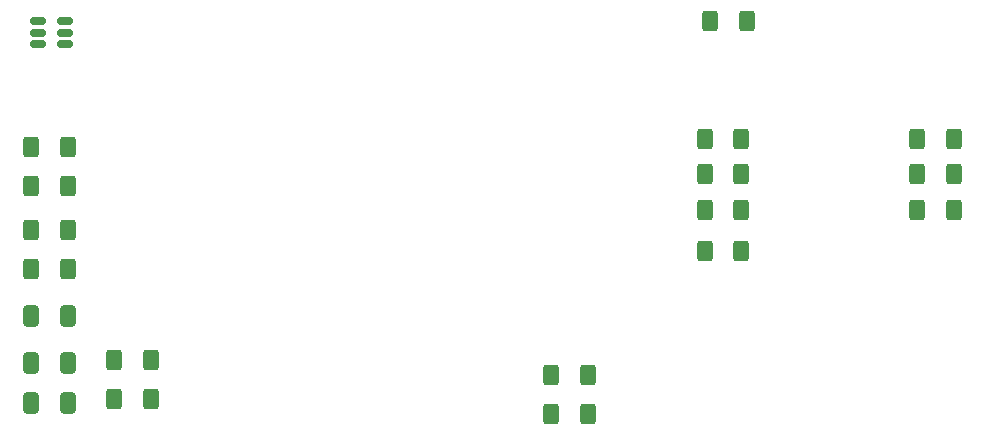
<source format=gbr>
%TF.GenerationSoftware,KiCad,Pcbnew,9.0.3*%
%TF.CreationDate,2025-12-16T09:58:44+01:00*%
%TF.ProjectId,PTP_Teo_Sencar_Project1,5054505f-5465-46f5-9f53-656e6361725f,rev?*%
%TF.SameCoordinates,Original*%
%TF.FileFunction,Paste,Top*%
%TF.FilePolarity,Positive*%
%FSLAX46Y46*%
G04 Gerber Fmt 4.6, Leading zero omitted, Abs format (unit mm)*
G04 Created by KiCad (PCBNEW 9.0.3) date 2025-12-16 09:58:44*
%MOMM*%
%LPD*%
G01*
G04 APERTURE LIST*
G04 Aperture macros list*
%AMRoundRect*
0 Rectangle with rounded corners*
0 $1 Rounding radius*
0 $2 $3 $4 $5 $6 $7 $8 $9 X,Y pos of 4 corners*
0 Add a 4 corners polygon primitive as box body*
4,1,4,$2,$3,$4,$5,$6,$7,$8,$9,$2,$3,0*
0 Add four circle primitives for the rounded corners*
1,1,$1+$1,$2,$3*
1,1,$1+$1,$4,$5*
1,1,$1+$1,$6,$7*
1,1,$1+$1,$8,$9*
0 Add four rect primitives between the rounded corners*
20,1,$1+$1,$2,$3,$4,$5,0*
20,1,$1+$1,$4,$5,$6,$7,0*
20,1,$1+$1,$6,$7,$8,$9,0*
20,1,$1+$1,$8,$9,$2,$3,0*%
G04 Aperture macros list end*
%ADD10RoundRect,0.250000X-0.400000X-0.625000X0.400000X-0.625000X0.400000X0.625000X-0.400000X0.625000X0*%
%ADD11RoundRect,0.150000X-0.512500X-0.150000X0.512500X-0.150000X0.512500X0.150000X-0.512500X0.150000X0*%
%ADD12RoundRect,0.250000X0.400000X0.625000X-0.400000X0.625000X-0.400000X-0.625000X0.400000X-0.625000X0*%
%ADD13RoundRect,0.250000X-0.412500X-0.650000X0.412500X-0.650000X0.412500X0.650000X-0.412500X0.650000X0*%
G04 APERTURE END LIST*
D10*
%TO.C,R13*%
X118450000Y-94690000D03*
X121550000Y-94690000D03*
%TD*%
%TO.C,R8*%
X193450000Y-93000000D03*
X196550000Y-93000000D03*
%TD*%
%TO.C,R10*%
X118450000Y-91000000D03*
X121550000Y-91000000D03*
%TD*%
%TO.C,R17*%
X175450000Y-87000000D03*
X178550000Y-87000000D03*
%TD*%
D11*
%TO.C,U6*%
X119000000Y-77050000D03*
X119000000Y-78000000D03*
X119000000Y-78950000D03*
X121275000Y-78950000D03*
X121275000Y-78000000D03*
X121275000Y-77050000D03*
%TD*%
D10*
%TO.C,R6*%
X193450000Y-90000000D03*
X196550000Y-90000000D03*
%TD*%
%TO.C,R19*%
X125450000Y-105690000D03*
X128550000Y-105690000D03*
%TD*%
D12*
%TO.C,R15*%
X179000000Y-77000000D03*
X175900000Y-77000000D03*
%TD*%
D10*
%TO.C,R14*%
X175450000Y-93000000D03*
X178550000Y-93000000D03*
%TD*%
D13*
%TO.C,C3*%
X118437500Y-102000000D03*
X121562500Y-102000000D03*
%TD*%
D10*
%TO.C,R5*%
X193450000Y-87000000D03*
X196550000Y-87000000D03*
%TD*%
D13*
%TO.C,C4*%
X118437500Y-106000000D03*
X121562500Y-106000000D03*
%TD*%
D12*
%TO.C,R11*%
X165550000Y-110310000D03*
X162450000Y-110310000D03*
%TD*%
D10*
%TO.C,R16*%
X175450000Y-96500000D03*
X178550000Y-96500000D03*
%TD*%
%TO.C,R20*%
X125450000Y-109000000D03*
X128550000Y-109000000D03*
%TD*%
D12*
%TO.C,R12*%
X165550000Y-107000000D03*
X162450000Y-107000000D03*
%TD*%
D13*
%TO.C,C5*%
X118437500Y-109350000D03*
X121562500Y-109350000D03*
%TD*%
D10*
%TO.C,R18*%
X175450000Y-90000000D03*
X178550000Y-90000000D03*
%TD*%
%TO.C,R9*%
X118450000Y-87690000D03*
X121550000Y-87690000D03*
%TD*%
%TO.C,R7*%
X118450000Y-98000000D03*
X121550000Y-98000000D03*
%TD*%
M02*

</source>
